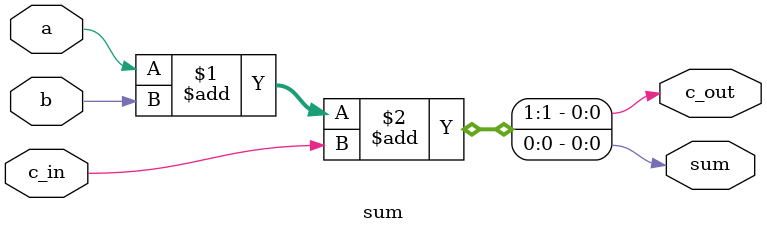
<source format=v>
`timescale 1ns / 1ps


module sum(a,b,c_in,sum,c_out);
input a,b,c_in;
output sum,c_out;
assign {c_out,sum} = a+b+ c_in;
endmodule

</source>
